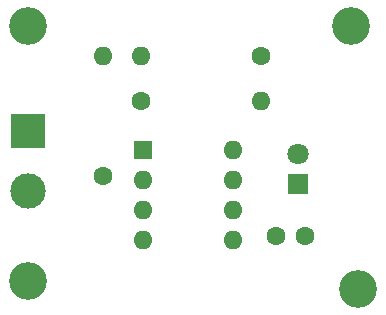
<source format=gbr>
%TF.GenerationSoftware,KiCad,Pcbnew,(6.0.6)*%
%TF.CreationDate,2022-08-06T13:42:41-04:00*%
%TF.ProjectId,Test,54657374-2e6b-4696-9361-645f70636258,rev?*%
%TF.SameCoordinates,Original*%
%TF.FileFunction,Soldermask,Top*%
%TF.FilePolarity,Negative*%
%FSLAX46Y46*%
G04 Gerber Fmt 4.6, Leading zero omitted, Abs format (unit mm)*
G04 Created by KiCad (PCBNEW (6.0.6)) date 2022-08-06 13:42:41*
%MOMM*%
%LPD*%
G01*
G04 APERTURE LIST*
%ADD10C,3.200000*%
%ADD11R,1.600000X1.600000*%
%ADD12O,1.600000X1.600000*%
%ADD13C,1.600000*%
%ADD14R,3.000000X3.000000*%
%ADD15C,3.000000*%
%ADD16R,1.800000X1.800000*%
%ADD17C,1.800000*%
G04 APERTURE END LIST*
D10*
%TO.C,REF\u002A\u002A*%
X130810000Y-82550000D03*
%TD*%
%TO.C,REF\u002A\u002A*%
X131445000Y-104775000D03*
%TD*%
%TO.C,REF\u002A\u002A*%
X103505000Y-104140000D03*
%TD*%
%TO.C,REF\u002A\u002A*%
X103505000Y-82550000D03*
%TD*%
D11*
%TO.C,U1*%
X113210000Y-93070000D03*
D12*
X113210000Y-95610000D03*
X113210000Y-98150000D03*
X113210000Y-100690000D03*
X120830000Y-100690000D03*
X120830000Y-98150000D03*
X120830000Y-95610000D03*
X120830000Y-93070000D03*
%TD*%
%TO.C,R3*%
X123190000Y-88900000D03*
D13*
X113030000Y-88900000D03*
%TD*%
%TO.C,R2*%
X123190000Y-85090000D03*
D12*
X113030000Y-85090000D03*
%TD*%
D13*
%TO.C,R1*%
X109855000Y-95250000D03*
D12*
X109855000Y-85090000D03*
%TD*%
D14*
%TO.C,J1*%
X103505000Y-91440000D03*
D15*
X103505000Y-96520000D03*
%TD*%
D16*
%TO.C,D1*%
X126365000Y-95885000D03*
D17*
X126365000Y-93345000D03*
%TD*%
D13*
%TO.C,C1*%
X124460000Y-100330000D03*
X126960000Y-100330000D03*
%TD*%
M02*

</source>
